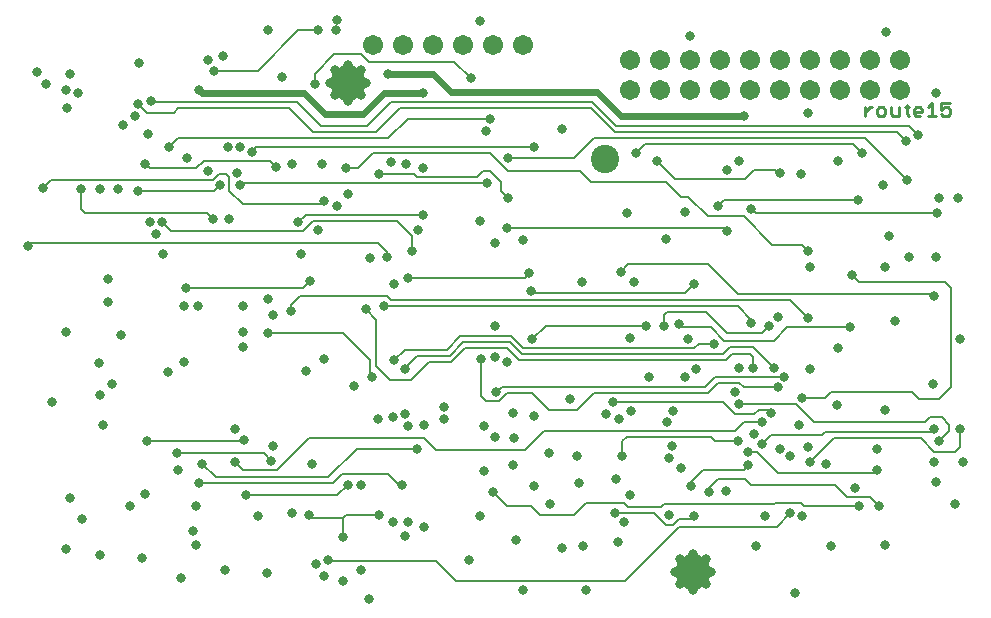
<source format=gbr>
G75*
G70*
%OFA0B0*%
%FSLAX24Y24*%
%IPPOS*%
%LPD*%
%AMOC8*
5,1,8,0,0,1.08239X$1,22.5*
%
%ADD10C,0.0090*%
%ADD11C,0.0675*%
%ADD12C,0.0945*%
%ADD13C,0.0317*%
%ADD14C,0.1181*%
%ADD15C,0.0080*%
%ADD16C,0.0240*%
D10*
X032015Y017772D02*
X031741Y017772D01*
X031741Y017567D01*
X031878Y017635D01*
X031946Y017635D01*
X032015Y017567D01*
X032015Y017430D01*
X031946Y017362D01*
X031809Y017362D01*
X031741Y017430D01*
X031554Y017362D02*
X031281Y017362D01*
X031418Y017362D02*
X031418Y017772D01*
X031281Y017635D01*
X031094Y017567D02*
X031026Y017635D01*
X030889Y017635D01*
X030820Y017567D01*
X030820Y017430D01*
X030889Y017362D01*
X031026Y017362D01*
X031094Y017499D02*
X030820Y017499D01*
X030650Y017635D02*
X030514Y017635D01*
X030582Y017704D02*
X030582Y017430D01*
X030650Y017362D01*
X030327Y017362D02*
X030327Y017635D01*
X030053Y017635D02*
X030053Y017430D01*
X030122Y017362D01*
X030327Y017362D01*
X029866Y017430D02*
X029866Y017567D01*
X029798Y017635D01*
X029661Y017635D01*
X029593Y017567D01*
X029593Y017430D01*
X029661Y017362D01*
X029798Y017362D01*
X029866Y017430D01*
X029414Y017635D02*
X029346Y017635D01*
X029209Y017499D01*
X029209Y017635D02*
X029209Y017362D01*
X031094Y017499D02*
X031094Y017567D01*
D11*
X030357Y018217D03*
X029357Y018217D03*
X028357Y018217D03*
X027357Y018217D03*
X026357Y018217D03*
X025357Y018217D03*
X024357Y018217D03*
X023357Y018217D03*
X022357Y018217D03*
X021357Y018217D03*
X021357Y019217D03*
X022357Y019217D03*
X023357Y019217D03*
X024357Y019217D03*
X025357Y019217D03*
X026357Y019217D03*
X027357Y019217D03*
X028357Y019217D03*
X029357Y019217D03*
X030357Y019217D03*
X017807Y019717D03*
X016807Y019717D03*
X015807Y019717D03*
X014807Y019717D03*
X013807Y019717D03*
X012807Y019717D03*
D12*
X020521Y015902D03*
D13*
X003707Y002717D03*
X002557Y002917D03*
X003107Y003917D03*
X002707Y004617D03*
X004707Y004367D03*
X005207Y004767D03*
X006307Y005567D03*
X007007Y005117D03*
X007107Y005767D03*
X006257Y006117D03*
X005257Y006517D03*
X003807Y007067D03*
X003707Y008067D03*
X004107Y008417D03*
X003657Y009117D03*
X004407Y010067D03*
X003957Y011167D03*
X003957Y011917D03*
X005807Y012767D03*
X005557Y013417D03*
X005757Y013817D03*
X005357Y013817D03*
X004957Y014867D03*
X004307Y014917D03*
X003707Y014917D03*
X003057Y014917D03*
X001807Y014967D03*
X001307Y013017D03*
X005207Y015767D03*
X006007Y016317D03*
X006607Y015967D03*
X007307Y015517D03*
X007707Y015067D03*
X008357Y015067D03*
X008257Y015467D03*
X008757Y016167D03*
X008357Y016317D03*
X007957Y016317D03*
X009557Y015667D03*
X010107Y015767D03*
X011107Y015767D03*
X011907Y015617D03*
X013007Y015417D03*
X013407Y015817D03*
X013907Y015767D03*
X014457Y015617D03*
X014457Y014067D03*
X014307Y013567D03*
X014107Y012867D03*
X013257Y012667D03*
X012707Y012617D03*
X013507Y011767D03*
X013957Y011967D03*
X013157Y011017D03*
X012557Y010917D03*
X010707Y011867D03*
X010407Y012767D03*
X010957Y013567D03*
X010307Y013817D03*
X011157Y014517D03*
X011607Y014367D03*
X011957Y014767D03*
X008007Y013917D03*
X007457Y013917D03*
X006557Y011617D03*
X006507Y011017D03*
X006957Y011017D03*
X008457Y011017D03*
X009307Y011267D03*
X009457Y010717D03*
X010057Y010867D03*
X009307Y010117D03*
X008457Y010167D03*
X008457Y009667D03*
X006507Y009167D03*
X005957Y008817D03*
X008207Y006917D03*
X008507Y006567D03*
X008207Y005817D03*
X009407Y005867D03*
X009457Y006367D03*
X010757Y005767D03*
X011957Y005067D03*
X012407Y005067D03*
X013007Y004067D03*
X013457Y003817D03*
X013957Y003817D03*
X013857Y003367D03*
X014507Y003667D03*
X016007Y002567D03*
X017557Y003217D03*
X016357Y004017D03*
X016807Y004817D03*
X016507Y005517D03*
X017457Y005717D03*
X018157Y005017D03*
X018707Y004417D03*
X019657Y005117D03*
X020907Y005267D03*
X021357Y004717D03*
X020857Y004117D03*
X021157Y003817D03*
X020957Y003167D03*
X019807Y003017D03*
X019107Y002967D03*
X019907Y001567D03*
X017807Y001567D03*
X022857Y002167D03*
X023032Y002591D03*
X023457Y002767D03*
X023881Y002591D03*
X024057Y002167D03*
X023881Y001743D03*
X023457Y001567D03*
X023032Y001743D03*
X025557Y003017D03*
X025857Y004017D03*
X026707Y004117D03*
X027107Y004017D03*
X028057Y003017D03*
X029857Y003067D03*
X029657Y004367D03*
X029007Y004367D03*
X028857Y004967D03*
X029607Y005567D03*
X029607Y006267D03*
X029857Y007567D03*
X028257Y007717D03*
X027107Y007967D03*
X026307Y008317D03*
X026507Y008667D03*
X026157Y008967D03*
X025457Y008967D03*
X025007Y008967D03*
X024157Y009767D03*
X023307Y009917D03*
X023007Y010417D03*
X022507Y010367D03*
X021907Y010367D03*
X021357Y009967D03*
X022007Y008667D03*
X023207Y008667D03*
X023557Y008917D03*
X024857Y008167D03*
X025007Y007767D03*
X025757Y007167D03*
X026057Y007467D03*
X025507Y006767D03*
X024957Y006517D03*
X025307Y006167D03*
X025757Y006417D03*
X026357Y006267D03*
X026707Y006017D03*
X027307Y006317D03*
X027357Y005817D03*
X027907Y005767D03*
X027007Y007067D03*
X025307Y005717D03*
X024557Y004867D03*
X024007Y004817D03*
X023407Y005017D03*
X023057Y005617D03*
X022657Y005967D03*
X022757Y006367D03*
X022607Y007167D03*
X022807Y007517D03*
X021407Y007517D03*
X021007Y007267D03*
X020557Y007417D03*
X020807Y007817D03*
X019357Y007917D03*
X018157Y007367D03*
X017457Y007467D03*
X016907Y008167D03*
X017257Y009167D03*
X016857Y009317D03*
X016407Y009267D03*
X016857Y010367D03*
X018107Y009917D03*
X018057Y011517D03*
X018007Y012117D03*
X016857Y013117D03*
X017257Y013617D03*
X017807Y013217D03*
X016357Y013867D03*
X017307Y014617D03*
X016607Y015117D03*
X017307Y015967D03*
X018157Y016317D03*
X019107Y016917D03*
X016707Y017267D03*
X016557Y016867D03*
X014457Y018117D03*
X013307Y018767D03*
X012557Y018467D03*
X012381Y018891D03*
X011957Y019067D03*
X011532Y018891D03*
X011357Y018467D03*
X010857Y018417D03*
X011532Y018043D03*
X011957Y017867D03*
X012381Y018043D03*
X009757Y018667D03*
X007807Y019367D03*
X007307Y019217D03*
X007507Y018867D03*
X007007Y018217D03*
X005407Y017867D03*
X004957Y017767D03*
X004857Y017367D03*
X004457Y017067D03*
X005307Y016767D03*
X002957Y018117D03*
X002557Y018217D03*
X002607Y017617D03*
X001907Y018417D03*
X001607Y018817D03*
X002707Y018767D03*
X005007Y019117D03*
X009307Y020217D03*
X010957Y020217D03*
X011557Y020217D03*
X011607Y020567D03*
X016057Y018617D03*
X016357Y020517D03*
X021557Y016117D03*
X022257Y015867D03*
X024607Y015567D03*
X025007Y015867D03*
X026357Y015467D03*
X027057Y015417D03*
X028307Y015867D03*
X029107Y016117D03*
X030557Y016517D03*
X030957Y016717D03*
X031557Y018117D03*
X029907Y020167D03*
X027307Y017467D03*
X025157Y017367D03*
X023357Y020017D03*
X030607Y015217D03*
X029807Y015067D03*
X028957Y014567D03*
X030007Y013367D03*
X030657Y012667D03*
X029857Y012317D03*
X028757Y012067D03*
X027357Y012317D03*
X027307Y012867D03*
X025407Y014267D03*
X024307Y014367D03*
X024607Y013517D03*
X023207Y014167D03*
X022557Y013267D03*
X021257Y014117D03*
X021057Y012167D03*
X021507Y011817D03*
X019757Y011817D03*
X023507Y011767D03*
X025407Y010467D03*
X026007Y010367D03*
X026307Y010667D03*
X027307Y010617D03*
X028307Y009617D03*
X028707Y010317D03*
X030207Y010517D03*
X031507Y011367D03*
X031557Y012667D03*
X031607Y014117D03*
X031657Y014617D03*
X032307Y014617D03*
X032357Y009917D03*
X031457Y008417D03*
X031507Y006917D03*
X031657Y006517D03*
X032357Y006917D03*
X032457Y005817D03*
X031507Y005817D03*
X031557Y005167D03*
X032207Y004417D03*
X026857Y001467D03*
X023507Y004017D03*
X022657Y004067D03*
X021107Y006017D03*
X019607Y006017D03*
X018657Y006117D03*
X017507Y006617D03*
X016857Y006667D03*
X016507Y007017D03*
X015157Y007267D03*
X014507Y007067D03*
X013957Y007017D03*
X013857Y007417D03*
X013457Y007317D03*
X012957Y007267D03*
X014257Y006267D03*
X013757Y005067D03*
X011807Y003317D03*
X011307Y002567D03*
X010907Y002417D03*
X011157Y002017D03*
X011807Y001867D03*
X012407Y002217D03*
X012657Y001267D03*
X009257Y002117D03*
X007857Y002217D03*
X006907Y003067D03*
X006807Y003517D03*
X006907Y004367D03*
X008557Y004717D03*
X008957Y004017D03*
X010107Y004117D03*
X010657Y004067D03*
X006407Y001967D03*
X005107Y002617D03*
X002107Y007817D03*
X002557Y010167D03*
X010557Y008867D03*
X011157Y009267D03*
X012157Y008367D03*
X012757Y008667D03*
X013507Y009217D03*
X013857Y008917D03*
X015157Y007667D03*
X027357Y008917D03*
D14*
X023457Y002167D03*
X011957Y018467D03*
D15*
X011507Y019417D02*
X010857Y018767D01*
X010857Y018417D01*
X010257Y017817D02*
X005457Y017817D01*
X005407Y017867D01*
X005257Y017467D02*
X004957Y017767D01*
X005257Y017467D02*
X006157Y017467D01*
X006307Y017617D01*
X010007Y017617D01*
X010807Y016817D01*
X012907Y016817D01*
X013707Y017617D01*
X020057Y017617D01*
X020857Y016817D01*
X030257Y016817D01*
X030557Y016517D01*
X030957Y016717D02*
X030657Y017017D01*
X020907Y017017D01*
X020107Y017817D01*
X013407Y017817D01*
X012607Y017017D01*
X011057Y017017D01*
X010257Y017817D01*
X008957Y018867D02*
X010307Y020217D01*
X010957Y020217D01*
X011507Y019417D02*
X012407Y019417D01*
X012657Y019167D01*
X015507Y019167D01*
X016057Y018617D01*
X016707Y017267D02*
X013957Y017267D01*
X013307Y016617D01*
X006307Y016617D01*
X006007Y016317D01*
X005357Y015617D02*
X006907Y015617D01*
X007157Y015867D01*
X009357Y015867D01*
X009557Y015667D01*
X008907Y016317D02*
X008757Y016167D01*
X008907Y016317D02*
X018157Y016317D01*
X017307Y015967D02*
X019507Y015967D01*
X020157Y016617D01*
X029207Y016617D01*
X030607Y015217D01*
X029107Y016117D02*
X028807Y016417D01*
X021857Y016417D01*
X021557Y016117D01*
X022257Y015867D02*
X022857Y015267D01*
X025207Y015267D01*
X025507Y015567D01*
X026207Y015567D01*
X026357Y015417D01*
X026357Y015467D01*
X025407Y014267D02*
X025557Y014117D01*
X031607Y014117D01*
X028957Y014567D02*
X024507Y014567D01*
X024307Y014367D01*
X023957Y014017D02*
X025157Y014017D01*
X026107Y013067D01*
X027107Y013067D01*
X027307Y012867D01*
X028757Y012067D02*
X029007Y011817D01*
X031857Y011817D01*
X032057Y011617D01*
X032057Y008317D01*
X031907Y008167D01*
X031657Y007917D01*
X031007Y007917D01*
X030757Y008167D01*
X028057Y008167D01*
X027857Y007967D01*
X027107Y007967D01*
X026907Y007767D02*
X027507Y007167D01*
X031207Y007167D01*
X031357Y007317D01*
X031757Y007317D01*
X032007Y007067D01*
X032007Y006867D01*
X031657Y006517D01*
X031507Y006167D02*
X031057Y006617D01*
X028157Y006617D01*
X027357Y005817D01*
X026307Y005467D02*
X029507Y005467D01*
X029607Y005567D01*
X029357Y004667D02*
X028607Y004667D01*
X028207Y005067D01*
X025407Y005067D01*
X025207Y005267D01*
X024307Y005267D01*
X024007Y004967D01*
X024007Y004817D01*
X023407Y005017D02*
X023407Y005167D01*
X023807Y005567D01*
X025157Y005567D01*
X025307Y005717D01*
X025307Y006167D02*
X025607Y006167D01*
X026307Y005467D01*
X026207Y004467D02*
X027057Y004467D01*
X027157Y004367D01*
X029007Y004367D01*
X029357Y004667D02*
X029657Y004367D01*
X031507Y006167D02*
X032207Y006167D01*
X032357Y006317D01*
X032357Y006917D01*
X031507Y006917D02*
X031407Y006817D01*
X027857Y006817D01*
X027757Y006717D01*
X026057Y006717D01*
X025757Y006417D01*
X024957Y006517D02*
X024207Y006517D01*
X024057Y006667D01*
X021257Y006667D01*
X021107Y006517D01*
X021107Y006017D01*
X019607Y007567D02*
X018657Y007567D01*
X018107Y008117D01*
X017257Y008117D01*
X017007Y007867D01*
X016557Y007867D01*
X016407Y008017D01*
X016407Y009267D01*
X015857Y009617D02*
X015407Y009167D01*
X014657Y009167D01*
X014057Y008567D01*
X013357Y008567D01*
X012907Y009017D01*
X012907Y010567D01*
X012557Y010917D01*
X013157Y011017D02*
X024957Y011017D01*
X025407Y010567D01*
X025407Y010467D01*
X025757Y010117D02*
X024607Y010117D01*
X023907Y010817D01*
X022607Y010817D01*
X022507Y010717D01*
X022507Y010367D01*
X023007Y010417D02*
X023107Y010317D01*
X024057Y010317D01*
X024507Y009867D01*
X026157Y009867D01*
X026607Y010317D01*
X028707Y010317D01*
X027307Y010617D02*
X026707Y011217D01*
X013407Y011217D01*
X013257Y011367D01*
X010357Y011367D01*
X010057Y011067D01*
X010057Y010867D01*
X009307Y010117D02*
X011807Y010117D01*
X012707Y009217D01*
X012707Y008717D01*
X012757Y008667D01*
X013507Y009217D02*
X013857Y009567D01*
X015257Y009567D01*
X015707Y010017D01*
X017407Y010017D01*
X017807Y009617D01*
X023507Y009617D01*
X023657Y009767D01*
X024157Y009767D01*
X024457Y009417D02*
X024707Y009667D01*
X025457Y009667D01*
X025807Y009317D01*
X026157Y008967D01*
X025807Y009317D02*
X025707Y009417D01*
X025457Y009317D02*
X025457Y008967D01*
X025507Y008967D01*
X025457Y009317D02*
X025357Y009417D01*
X024757Y009417D01*
X024557Y009217D01*
X017657Y009217D01*
X017257Y009617D01*
X015857Y009617D01*
X015807Y009817D02*
X017357Y009817D01*
X017757Y009417D01*
X024457Y009417D01*
X024207Y008667D02*
X026507Y008667D01*
X026307Y008317D02*
X025157Y008317D01*
X025007Y008467D01*
X024307Y008467D01*
X023957Y008117D01*
X020157Y008117D01*
X019607Y007567D01*
X020807Y007817D02*
X024457Y007817D01*
X024857Y007417D01*
X025507Y007417D01*
X025657Y007567D01*
X025957Y007567D01*
X026057Y007467D01*
X025757Y007167D02*
X025157Y007167D01*
X024857Y006867D01*
X018507Y006867D01*
X017857Y006217D01*
X014907Y006217D01*
X014507Y006617D01*
X010657Y006617D01*
X009607Y005567D01*
X008457Y005567D01*
X008207Y005817D01*
X008457Y006517D02*
X008507Y006567D01*
X008457Y006517D02*
X005257Y006517D01*
X006257Y006117D02*
X009157Y006117D01*
X009407Y005867D01*
X008557Y004717D02*
X011607Y004717D01*
X011957Y005067D01*
X011757Y005417D02*
X013307Y005417D01*
X013657Y005067D01*
X013757Y005067D01*
X013007Y004067D02*
X011907Y004067D01*
X011807Y003967D01*
X011807Y003317D01*
X011807Y003967D02*
X010757Y003967D01*
X010657Y004067D01*
X011457Y005117D02*
X011757Y005417D01*
X011307Y005317D02*
X012257Y006267D01*
X014257Y006267D01*
X016807Y004817D02*
X017257Y004367D01*
X018057Y004367D01*
X018357Y004067D01*
X019507Y004067D01*
X019907Y004467D01*
X021157Y004467D01*
X021307Y004317D01*
X022407Y004317D01*
X022507Y004417D01*
X026157Y004417D01*
X026207Y004467D01*
X026707Y004117D02*
X026257Y003667D01*
X023007Y003667D01*
X021207Y001867D01*
X015557Y001867D01*
X014907Y002517D01*
X011357Y002517D01*
X011307Y002567D01*
X011457Y005117D02*
X007007Y005117D01*
X007557Y005317D02*
X011307Y005317D01*
X007557Y005317D02*
X007107Y005767D01*
X013857Y008917D02*
X013857Y008967D01*
X014257Y009367D01*
X015357Y009367D01*
X015807Y009817D01*
X017107Y008317D02*
X023857Y008317D01*
X024207Y008667D01*
X025007Y007767D02*
X026907Y007767D01*
X025757Y010117D02*
X026007Y010367D01*
X024957Y011417D02*
X023957Y012417D01*
X021307Y012417D01*
X021057Y012167D01*
X023207Y011467D02*
X023507Y011767D01*
X023207Y011467D02*
X018107Y011467D01*
X018057Y011517D01*
X017857Y011967D02*
X018007Y012117D01*
X017857Y011967D02*
X013957Y011967D01*
X013257Y012667D02*
X013257Y012817D01*
X012957Y013117D01*
X001407Y013117D01*
X001307Y013017D01*
X003057Y014267D02*
X003207Y014117D01*
X007257Y014117D01*
X007457Y013917D01*
X008007Y014867D02*
X008457Y014417D01*
X011057Y014417D01*
X011157Y014517D01*
X010557Y014067D02*
X010307Y013817D01*
X010557Y014067D02*
X014457Y014067D01*
X014107Y013367D02*
X013607Y013867D01*
X010807Y013867D01*
X010457Y013517D01*
X006057Y013517D01*
X005757Y013817D01*
X004957Y014867D02*
X007507Y014867D01*
X007707Y015067D01*
X007457Y015217D02*
X007657Y015417D01*
X007907Y015417D01*
X008007Y015317D01*
X008007Y014867D01*
X008357Y015067D02*
X008407Y015117D01*
X016607Y015117D01*
X016257Y015317D02*
X016457Y015517D01*
X016707Y015517D01*
X017057Y015167D01*
X017057Y014867D01*
X017307Y014617D01*
X016257Y015317D02*
X014257Y015317D01*
X014157Y015417D01*
X013007Y015417D01*
X012307Y015617D02*
X012807Y016117D01*
X016707Y016117D01*
X017307Y015517D01*
X019707Y015517D01*
X020057Y015167D01*
X022557Y015167D01*
X023057Y014667D01*
X023307Y014667D01*
X023957Y014017D01*
X024507Y013617D02*
X024607Y013517D01*
X024507Y013617D02*
X017257Y013617D01*
X014107Y013367D02*
X014107Y012867D01*
X010707Y011867D02*
X010457Y011617D01*
X006557Y011617D01*
X003057Y014267D02*
X003057Y014917D01*
X002057Y015217D02*
X007457Y015217D01*
X005357Y015617D02*
X005207Y015767D01*
X002057Y015217D02*
X001807Y014967D01*
X007507Y018867D02*
X008957Y018867D01*
X011907Y015617D02*
X012307Y015617D01*
X018107Y009917D02*
X018557Y010367D01*
X021907Y010367D01*
X024957Y011417D02*
X031407Y011417D01*
X031457Y011367D01*
X031507Y011367D01*
X023507Y004017D02*
X023407Y003917D01*
X023007Y003917D01*
X022807Y003717D01*
X022557Y003717D01*
X022157Y004117D01*
X020857Y004117D01*
X016907Y008117D02*
X016907Y008167D01*
X016907Y008117D02*
X017107Y008317D01*
X018107Y009867D02*
X018057Y009917D01*
X018107Y009917D02*
X018107Y009867D01*
D16*
X021057Y017367D02*
X025157Y017367D01*
X021057Y017367D02*
X020257Y018167D01*
X015407Y018167D01*
X014807Y018767D01*
X013307Y018767D01*
X013157Y018117D02*
X014457Y018117D01*
X013157Y018117D02*
X012457Y017417D01*
X011207Y017417D01*
X010507Y018117D01*
X007107Y018117D01*
X007007Y018217D01*
M02*

</source>
